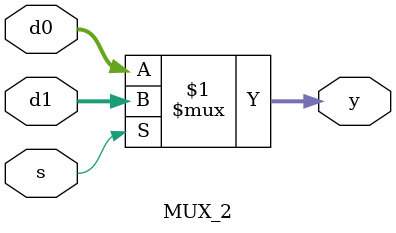
<source format=sv>
module MUX_2 #( parameter WIDTH = 8 ) (input  logic [WIDTH-1:0] d0, d1,
												   input  logic s,
												   output logic [WIDTH-1:0] y );
			 
			assign y = s ? d1 : d0;
	
endmodule

</source>
